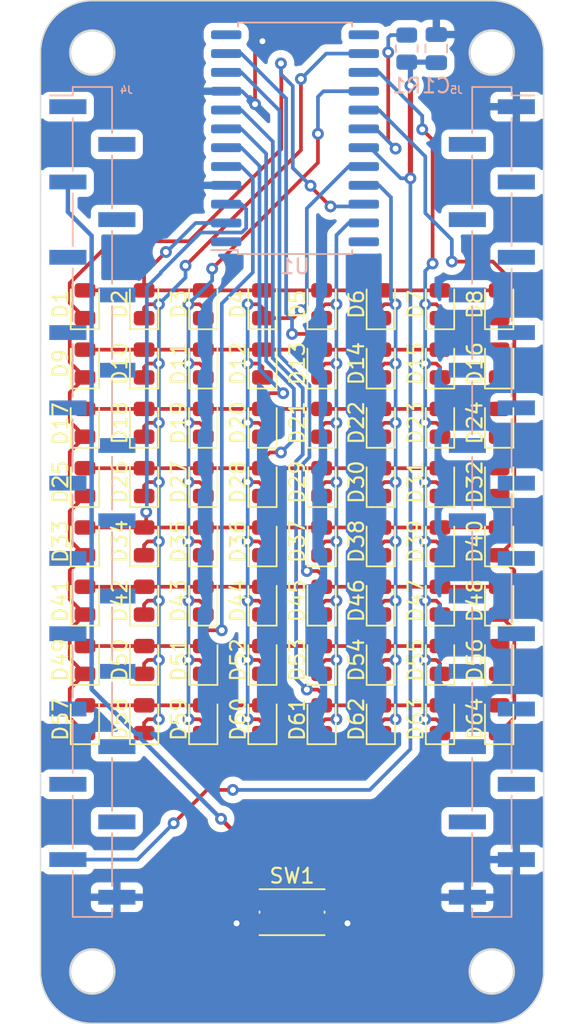
<source format=kicad_pcb>
(kicad_pcb (version 20240108) (generator "pcbnew") (generator_version "8.0")
  (layers (0 "F.Cu" signal) (31 "B.Cu" signal) (34 "B.Paste" user) (35 "F.Paste" user) (36 "B.SilkS" user "B.Silkscreen") (37 "F.SilkS" user "F.Silkscreen") (38 "B.Mask" user) (39 "F.Mask" user) (44 "Edge.Cuts" user))
  (net 0 "")
  (net 1 "GND")
  (net 2 "SEG_DP")
  (net 3 "SEG_A")
  (net 4 "SEG_B")
  (net 5 "SEG_C")
  (net 6 "SEG_D")
  (net 7 "SEG_E")
  (net 8 "SEG_F")
  (net 9 "SEG_G")
  (net 10 "VIN")
  (net 11 "CLK")
  (net 12 "CS")
  (net 13 "DIN")
  (net 15 "Net-(U1-ISET)")
  (net 16 "DIG_1")
  (net 17 "DIG_5")
  (net 18 "DIG_7")
  (net 19 "DIG_3")
  (net 20 "DIG_2")
  (net 21 "DIG_6")
  (net 22 "DIG_4")
  (net 23 "DIG_0")
  (net 24 "CHIP_PU")
  (footprint "LED_SMD:LED_0805_2012Metric" (layer "F.Cu") (at 156 76.48 90)
    (property "Reference" "D6")
    (property "Value" "LED")
  )
  (footprint "LED_SMD:LED_0805_2012Metric" (layer "F.Cu") (at 144 84.48 90)
    (property "Reference" "D19")
    (property "Value" "LED")
  )
  (footprint "LED_SMD:LED_0805_2012Metric" (layer "F.Cu") (at 160 96.48 90)
    (property "Reference" "D47")
    (property "Value" "LED")
  )
  (footprint "LED_SMD:LED_0805_2012Metric" (layer "F.Cu") (at 156 92.48 90)
    (property "Reference" "D38")
    (property "Value" "LED")
  )
  (footprint "LED_SMD:LED_0805_2012Metric" (layer "F.Cu") (at 144 104.48 90)
    (property "Reference" "D59")
    (property "Value" "LED")
  )
  (footprint "LED_SMD:LED_0805_2012Metric" (layer "F.Cu") (at 144 88.48 90)
    (property "Reference" "D27")
    (property "Value" "LED")
  )
  (footprint "LED_SMD:LED_0805_2012Metric" (layer "F.Cu") (at 136 92.48 90)
    (property "Reference" "D33")
    (property "Value" "LED")
  )
  (footprint "LED_SMD:LED_0805_2012Metric" (layer "F.Cu") (at 136 84.48 90)
    (property "Reference" "D17")
    (property "Value" "LED")
  )
  (footprint "LED_SMD:LED_0805_2012Metric" (layer "F.Cu") (at 156 88.48 90)
    (property "Reference" "D30")
    (property "Value" "LED")
  )
  (footprint "LED_SMD:LED_0805_2012Metric" (layer "F.Cu") (at 164 92.48 90)
    (property "Reference" "D40")
    (property "Value" "LED")
  )
  (footprint "LED_SMD:LED_0805_2012Metric" (layer "F.Cu") (at 144 76.48 90)
    (property "Reference" "D3")
    (property "Value" "LED")
  )
  (footprint "LED_SMD:LED_0805_2012Metric" (layer "F.Cu") (at 156 96.48 90)
    (property "Reference" "D46")
    (property "Value" "LED")
  )
  (footprint "LED_SMD:LED_0805_2012Metric" (layer "F.Cu") (at 160 92.48 90)
    (property "Reference" "D39")
    (property "Value" "LED")
  )
  (footprint "LED_SMD:LED_0805_2012Metric" (layer "F.Cu") (at 164 84.48 90)
    (property "Reference" "D24")
    (property "Value" "LED")
  )
  (footprint "LED_SMD:LED_0805_2012Metric" (layer "F.Cu") (at 144 100.48 90)
    (property "Reference" "D51")
    (property "Value" "LED")
  )
  (footprint "LED_SMD:LED_0805_2012Metric" (layer "F.Cu") (at 148 104.48 90)
    (property "Reference" "D60")
    (property "Value" "LED")
  )
  (footprint "LED_SMD:LED_0805_2012Metric" (layer "F.Cu") (at 140 92.48 90)
    (property "Reference" "D34")
    (property "Value" "LED")
  )
  (footprint "LED_SMD:LED_0805_2012Metric" (layer "F.Cu") (at 144 96.48 90)
    (property "Reference" "D43")
    (property "Value" "LED")
  )
  (footprint "LED_SMD:LED_0805_2012Metric" (layer "F.Cu") (at 164 100.48 90)
    (property "Reference" "D56")
    (property "Value" "LED")
  )
  (footprint "LED_SMD:LED_0805_2012Metric" (layer "F.Cu") (at 144 92.48 90)
    (property "Reference" "D35")
    (property "Value" "LED")
  )
  (footprint "LED_SMD:LED_0805_2012Metric" (layer "F.Cu") (at 152 100.48 90)
    (property "Reference" "D53")
    (property "Value" "LED")
  )
  (footprint "LED_SMD:LED_0805_2012Metric" (layer "F.Cu") (at 152 76.48 90)
    (property "Reference" "D5")
    (property "Value" "LED")
  )
  (footprint "LED_SMD:LED_0805_2012Metric" (layer "F.Cu") (at 140 84.48 90)
    (property "Reference" "D18")
    (property "Value" "LED")
  )
  (footprint "LED_SMD:LED_0805_2012Metric" (layer "F.Cu") (at 136 80.48 90)
    (property "Reference" "D9")
    (property "Value" "LED")
  )
  (footprint "LED_SMD:LED_0805_2012Metric" (layer "F.Cu") (at 152 104.48 90)
    (property "Reference" "D61")
    (property "Value" "LED")
  )
  (footprint "LED_SMD:LED_0805_2012Metric" (layer "F.Cu") (at 156 104.48 90)
    (property "Reference" "D62")
    (property "Value" "LED")
  )
  (footprint "LED_SMD:LED_0805_2012Metric" (layer "F.Cu") (at 160 84.48 90)
    (property "Reference" "D23")
    (property "Value" "LED")
  )
  (footprint "LED_SMD:LED_0805_2012Metric" (layer "F.Cu") (at 148 96.48 90)
    (property "Reference" "D44")
    (property "Value" "LED")
  )
  (footprint "LED_SMD:LED_0805_2012Metric" (layer "F.Cu") (at 160 88.48 90)
    (property "Reference" "D31")
    (property "Value" "LED")
  )
  (footprint "LED_SMD:LED_0805_2012Metric" (layer "F.Cu") (at 152 80.48 90)
    (property "Reference" "D13")
    (property "Value" "LED")
  )
  (footprint "LED_SMD:LED_0805_2012Metric" (layer "F.Cu") (at 144 80.48 90)
    (property "Reference" "D11")
    (property "Value" "LED")
  )
  (footprint "LED_SMD:LED_0805_2012Metric" (layer "F.Cu") (at 160 76.48 90)
    (property "Reference" "D7")
    (property "Value" "LED")
  )
  (footprint "Button_Switch_SMD:SW_Push_1P1T_NO_CK_KMR2" (layer "F.Cu") (at 150 117.5)
    (property "Reference" "SW1")
    (property "Value" "switch")
  )
  (footprint "LED_SMD:LED_0805_2012Metric" (layer "F.Cu") (at 156 100.48 90)
    (property "Reference" "D54")
    (property "Value" "LED")
  )
  (footprint "LED_SMD:LED_0805_2012Metric" (layer "F.Cu") (at 164 76.48 90)
    (property "Reference" "D8")
    (property "Value" "LED")
  )
  (footprint "LED_SMD:LED_0805_2012Metric" (layer "F.Cu") (at 156 80.48 90)
    (property "Reference" "D14")
    (property "Value" "LED")
  )
  (footprint "LED_SMD:LED_0805_2012Metric" (layer "F.Cu") (at 164 104.48 90)
    (property "Reference" "D64")
    (property "Value" "LED")
  )
  (footprint "LED_SMD:LED_0805_2012Metric" (layer "F.Cu") (at 160 104.48 90)
    (property "Reference" "D63")
    (property "Value" "LED")
  )
  (footprint "LED_SMD:LED_0805_2012Metric" (layer "F.Cu") (at 140 96.48 90)
    (property "Reference" "D42")
    (property "Value" "LED")
  )
  (footprint "LED_SMD:LED_0805_2012Metric" (layer "F.Cu") (at 140 88.48 90)
    (property "Reference" "D26")
    (property "Value" "LED")
  )
  (footprint "LED_SMD:LED_0805_2012Metric" (layer "F.Cu") (at 140 80.48 90)
    (property "Reference" "D10")
    (property "Value" "LED")
  )
  (footprint "LED_SMD:LED_0805_2012Metric" (layer "F.Cu") (at 148 84.48 90)
    (property "Reference" "D20")
    (property "Value" "LED")
  )
  (footprint "LED_SMD:LED_0805_2012Metric" (layer "F.Cu") (at 140 104.48 90)
    (property "Reference" "D58")
    (property "Value" "LED")
  )
  (footprint "LED_SMD:LED_0805_2012Metric" (layer "F.Cu") (at 164 96.48 90)
    (property "Reference" "D48")
    (property "Value" "LED")
  )
  (footprint "LED_SMD:LED_0805_2012Metric" (layer "F.Cu") (at 160 80.48 90)
    (property "Reference" "D15")
    (property "Value" "LED")
  )
  (footprint "LED_SMD:LED_0805_2012Metric" (layer "F.Cu") (at 152 84.48 90)
    (property "Reference" "D21")
    (property "Value" "LED")
  )
  (footprint "LED_SMD:LED_0805_2012Metric" (layer "F.Cu") (at 136 76.48 90)
    (property "Reference" "D1")
    (property "Value" "LED")
  )
  (footprint "LED_SMD:LED_0805_2012Metric" (layer "F.Cu") (at 140 100.48 90)
    (property "Reference" "D50")
    (property "Value" "LED")
  )
  (footprint "LED_SMD:LED_0805_2012Metric" (layer "F.Cu") (at 148 92.48 90)
    (property "Reference" "D36")
    (property "Value" "LED")
  )
  (footprint "LED_SMD:LED_0805_2012Metric" (layer "F.Cu") (at 152 88.48 90)
    (property "Reference" "D29")
    (property "Value" "LED")
  )
  (footprint "LED_SMD:LED_0805_2012Metric" (layer "F.Cu") (at 136 88.48 90)
    (property "Reference" "D25")
    (property "Value" "LED")
  )
  (footprint "LED_SMD:LED_0805_2012Metric" (layer "F.Cu") (at 136 100.48 90)
    (property "Reference" "D49")
    (property "Value" "LED")
  )
  (footprint "LED_SMD:LED_0805_2012Metric" (layer "F.Cu") (at 140 76.48 90)
    (property "Reference" "D2")
    (property "Value" "LED")
  )
  (footprint "LED_SMD:LED_0805_2012Metric" (layer "F.Cu") (at 148 76.48 90)
    (property "Reference" "D4")
    (property "Value" "LED")
  )
  (footprint "LED_SMD:LED_0805_2012Metric" (layer "F.Cu") (at 164 80.48 90)
    (property "Reference" "D16")
    (property "Value" "LED")
  )
  (footprint "LED_SMD:LED_0805_2012Metric" (layer "F.Cu") (at 148 88.48 90)
    (property "Reference" "D28")
    (property "Value" "LED")
  )
  (footprint "LED_SMD:LED_0805_2012Metric" (layer "F.Cu") (at 156 84.48 90)
    (property "Reference" "D22")
    (property "Value" "LED")
  )
  (footprint "LED_SMD:LED_0805_2012Metric" (layer "F.Cu") (at 136 104.48 90)
    (property "Reference" "D57")
    (property "Value" "LED")
  )
  (footprint "LED_SMD:LED_0805_2012Metric" (layer "F.Cu") (at 160 100.48 90)
    (property "Reference" "D55")
    (property "Value" "LED")
  )
  (footprint "LED_SMD:LED_0805_2012Metric" (layer "F.Cu") (at 152 96.48 90)
    (property "Reference" "D45")
    (property "Value" "LED")
  )
  (footprint "LED_SMD:LED_0805_2012Metric" (layer "F.Cu") (at 152 92.48 90)
    (property "Reference" "D37")
    (property "Value" "LED")
  )
  (footprint "LED_SMD:LED_0805_2012Metric" (layer "F.Cu") (at 136 96.48 90)
    (property "Reference" "D41")
    (property "Value" "LED")
  )
  (footprint "LED_SMD:LED_0805_2012Metric" (layer "F.Cu") (at 164 88.48 90)
    (property "Reference" "D32")
    (property "Value" "LED")
  )
  (footprint "LED_SMD:LED_0805_2012Metric" (layer "F.Cu") (at 148 80.48 90)
    (property "Reference" "D12")
    (property "Value" "LED")
  )
  (footprint "LED_SMD:LED_0805_2012Metric" (layer "F.Cu") (at 148 100.48 90)
    (property "Reference" "D52")
    (property "Value" "LED")
  )
  (footprint "Resistor_SMD:R_0805_2012Metric" (layer "B.Cu") (at 157.749999 59.23 90)
    (property "Reference" "R1")
    (property "Value" "10k")
  )
  (footprint "Package_SO:SOIC-24W_7.5x15.4mm_P1.27mm" (layer "B.Cu") (at 150.199999 65.28)
    (property "Reference" "U1")
    (property "Value" "MAX7221xWG")
  )
  (footprint "Capacitor_SMD:C_0805_2012Metric" (layer "B.Cu") (at 159.749999 59.23 90)
    (property "Reference" "C1")
    (property "Value" "100nF")
  )
  (footprint "Connector_PinHeader_2.54mm:PinHeader_1x22_P2.54mm_Vertical_SMD_Pin1Left" (layer "B.Cu") (at 163.505 89.82 180)
    (property "Reference" "J5")
    (property "Value" "Conn_01x22_Pin")
  )
  (footprint "Connector_PinHeader_2.54mm:PinHeader_1x22_P2.54mm_Vertical_SMD_Pin1Right" (layer "B.Cu") (at 136.505 89.82 180)
    (property "Reference" "J4")
    (property "Value" "Conn_01x22_Pin")
  )
  (gr_circle (center 163.5 121.500001) (end 162 121.500001) (stroke (width 0.15)) (fill none) (layer "Edge.Cuts"))
  (gr_line (start 133 59.500001) (end 133.000001 121.5) (stroke (width 0.1)) (layer "Edge.Cuts"))
  (gr_arc (start 133 59.500001) (mid 134.025126 57.025127) (end 136.5 56.000001) (stroke (width 0.1)) (layer "Edge.Cuts"))
  (gr_line (start 136.500001 125) (end 163.499999 125) (stroke (width 0.1)) (layer "Edge.Cuts"))
  (gr_arc (start 166.999999 121.5) (mid 165.974873 123.974874) (end 163.499999 125) (stroke (width 0.1)) (layer "Edge.Cuts"))
  (gr_arc (start 136.500001 125) (mid 134.025126 123.974874) (end 133.000001 121.5) (stroke (width 0.1)) (layer "Edge.Cuts"))
  (gr_arc (start 163.5 56.000001) (mid 165.974873 57.025128) (end 167 59.500001) (stroke (width 0.1)) (layer "Edge.Cuts"))
  (gr_line (start 163.5 56.000001) (end 136.5 56.000001) (stroke (width 0.1)) (layer "Edge.Cuts"))
  (gr_circle (center 136.5 121.500001) (end 135 121.500001) (stroke (width 0.15)) (fill none) (layer "Edge.Cuts"))
  (gr_circle (center 163.5 59.500001) (end 162 59.500001) (stroke (width 0.15)) (fill none) (layer "Edge.Cuts"))
  (gr_circle (center 136.5 59.500001) (end 135 59.500001) (stroke (width 0.15)) (fill none) (layer "Edge.Cuts"))
  (gr_line (start 166.999999 121.5) (end 167 59.500001) (stroke (width 0.1)) (layer "Edge.Cuts"))
  (segment (start 152.05 118.3) (end 153.7 118.3) (width 0.25) (layer "F.Cu") (net 1))
  (segment (start 146.3 118.3) (end 146.25 118.25) (width 0.25) (layer "F.Cu") (net 1))
  (segment (start 147.499999 59.23) (end 147.999999 58.73) (width 0.25) (layer "F.Cu") (net 1))
  (segment (start 153.7 118.3) (end 153.75 118.25) (width 0.25) (layer "F.Cu") (net 1))
  (segment (start 147.499999 62.98) (end 147.499999 59.23) (width 0.25) (layer "F.Cu") (net 1))
  (segment (start 147.95 118.3) (end 152.05 118.3) (width 0.25) (layer "F.Cu") (net 1))
  (segment (start 147.95 118.3) (end 146.3 118.3) (width 0.25) (layer "F.Cu") (net 1))
  (via (at 153.75 118.25) (size 0.8) (drill 0.4) (layers "F.Cu" "B.Cu") (net 1))
  (via (at 146.25 118.25) (size 0.8) (drill 0.4) (layers "F.Cu" "B.Cu") (net 1))
  (via (at 147.499999 62.98) (size 0.8) (drill 0.4) (layers "F.Cu" "B.Cu") (net 1))
  (via (at 147.999999 58.73) (size 0.8) (drill 0.4) (layers "F.Cu" "B.Cu") (net 1))
  (segment (start 145.549999 62.105) (end 146.574998 62.105) (width 0.25) (layer "B.Cu") (net 1))
  (segment (start 145.549999 62.105) (end 146.624999 62.105) (width 0.25) (layer "B.Cu") (net 1))
  (segment (start 146.624999 62.105) (end 147.499999 62.98) (width 0.25) (layer "B.Cu") (net 1))
  (segment (start 165.249999 113.848376) (end 165.155 113.943375) (width 0.25) (layer "B.Cu") (net 1))
  (segment (start 145.980907 68.455) (end 145.549999 68.455) (width 0.25) (layer "B.Cu") (net 1))
  (segment (start 134.975 76.3925) (end 134.975 75.056412) (width 0.25) (layer "F.Cu") (net 2))
  (segment (start 137.801717 72.229695) (end 143.050304 72.229695) (width 0.25) (layer "F.Cu") (net 2))
  (segment (start 134.975 100.3925) (end 136 101.4175) (width 0.25) (layer "F.Cu") (net 2))
  (segment (start 134.975 98.4425) (end 134.975 100.3925) (width 0.25) (layer "F.Cu") (net 2))
  (segment (start 151.249999 68.53) (end 152.599999 69.88) (width 0.25) (layer "F.Cu") (net 2))
  (segment (start 134.975 82.4425) (end 134.975 84.3925) (width 0.25) (layer "F.Cu") (net 2))
  (segment (start 134.975 84.3925) (end 136 85.4175) (width 0.25) (layer "F.Cu") (net 2))
  (segment (start 134.975 80.3925) (end 136 81.4175) (width 0.25) (layer "F.Cu") (net 2))
  (segment (start 134.975 92.3925) (end 136 93.4175) (width 0.25) (layer "F.Cu") (net 2))
  (segment (start 136 93.4175) (end 134.975 94.4425) (width 0.25) (layer "F.Cu") (net 2))
  (segment (start 134.975 104.3925) (end 136 105.4175) (width 0.25) (layer "F.Cu") (net 2))
  (segment (start 136 81.4175) (end 134.975 82.4425) (width 0.25) (layer "F.Cu") (net 2))
  (segment (start 134.975 96.3925) (end 136 97.4175) (width 0.25) (layer "F.Cu") (net 2))
  (segment (start 136 101.4175) (end 134.975 102.4425) (width 0.25) (layer "F.Cu") (net 2))
  (segment (start 134.975 94.4425) (end 134.975 96.3925) (width 0.25) (layer "F.Cu") (net 2))
  (segment (start 143.050304 72.229695) (end 149.274999 66.005) (width 0.25) (layer "F.Cu") (net 2))
  (segment (start 134.975 75.056412) (end 137.801717 72.229695) (width 0.25) (layer "F.Cu") (net 2))
  (segment (start 134.975 102.4425) (end 134.975 104.3925) (width 0.25) (layer "F.Cu") (net 2))
  (segment (start 149.249999 60.23) (end 149.274999 60.255) (width 0.25) (layer "F.Cu") (net 2))
  (segment (start 136 85.4175) (end 134.975 86.4425) (width 0.25) (layer "F.Cu") (net 2))
  (segment (start 136 77.4175) (end 134.975 76.3925) (width 0.25) (layer "F.Cu") (net 2))
  (segment (start 136 97.4175) (end 134.975 98.4425) (width 0.25) (layer "F.Cu") (net 2))
  (segment (start 136 77.4175) (end 134.975 78.4425) (width 0.25) (layer "F.Cu") (net 2))
  (segment (start 151.249999 68.48) (end 151.249999 68.53) (width 0.25) (layer "F.Cu") (net 2))
  (segment (start 136 89.4175) (end 134.975 90.4425) (width 0.25) (layer "F.Cu") (net 2))
  (segment (start 134.975 86.4425) (end 134.975 88.3925) (width 0.25) (layer "F.Cu") (net 2))
  (segment (start 149.274999 61.579695) (end 149.249999 60.23) (width 0.25) (layer "F.Cu") (net 2))
  (segment (start 134.975 78.4425) (end 134.975 80.3925) (width 0.25) (layer "F.Cu") (net 2))
  (segment (start 134.975 88.3925) (end 136 89.4175) (width 0.25) (layer "F.Cu") (net 2))
  (segment (start 149.274999 66.005) (end 149.274999 61.579695) (width 0.25) (layer "F.Cu") (net 2))
  (segment (start 134.975 90.4425) (end 134.975 92.3925) (width 0.25) (layer "F.Cu") (net 2))
  (via (at 151.249999 68.48) (size 0.8) (drill 0.4) (layers "F.Cu" "B.Cu") (net 2))
  (via (at 152.599999 69.88) (size 0.8) (drill 0.4) (layers "F.Cu" "B.Cu") (net 2))
  (via (at 149.249999 60.23) (size 0.8) (drill 0.4) (layers "F.Cu" "B.Cu") (net 2))
  (segment (start 152.599999 69.88) (end 154.694999 69.88) (width 0.25) (layer "B.Cu") (net 2))
  (segment (start 150.049999 61.755305) (end 150.049999 66.48) (width 0.25) (layer "B.Cu") (net 2))
  (segment (start 150.049999 66.48) (end 150.049999 67.28) (width 0.25) (layer "B.Cu") (net 2))
  (segment (start 150.049999 67.28) (end 151.249999 68.48) (width 0.25) (layer "B.Cu") (net 2))
  (segment (start 149.249999 60.955305) (end 150.049999 61.755305) (width 0.25) (layer "B.Cu") (net 2))
  (segment (start 154.694999 69.88) (end 154.849999 69.725) (width 0.25) (layer "B.Cu") (net 2))
  (segment (start 149.249999 60.23) (end 149.249999 60.955305) (width 0.25) (layer "B.Cu") (net 2))
  (segment (start 140 81.4175) (end 140 80.730001) (width 0.25) (layer "F.Cu") (net 3))
  (segment (start 140 100.730001) (end 139.999999 100.73) (width 0.25) (layer "F.Cu") (net 3))
  (segment (start 140.249999 92.48) (end 140.999999 92.48) (width 0.25) (layer "F.Cu") (net 3))
  (segment (start 140 89.4175) (end 140 88.730001) (width 0.25) (layer "F.Cu") (net 3))
  (segment (start 140 84.730001) (end 139.999999 84.73) (width 0.25) (layer "F.Cu") (net 3))
  (segment (start 140.249999 88.48) (end 140.999999 88.48) (width 0.25) (layer "F.Cu") (net 3))
  (segment (start 140.249999 100.48) (end 140.999999 100.48) (width 0.25) (layer "F.Cu") (net 3))
  (segment (start 139.999999 96.73) (end 140.249999 96.48) (width 0.25) (layer "F.Cu") (net 3))
  (segment (start 140 92.730001) (end 139.999999 92.73) (width 0.25) (layer "F.Cu") (net 3))
  (segment (start 139.999999 84.73) (end 140.249999 84.48) (width 0.25) (layer "F.Cu") (net 3))
  (segment (start 150.599999 66.08) (end 142.799999 73.88) (width 0.25) (layer "F.Cu") (net 3))
  (segment (start 139.999999 80.73) (end 140.249999 80.48) (width 0.25) (layer "F.Cu") (net 3))
  (segment (start 139.999999 100.73) (end 140.249999 100.48) (width 0.25) (layer "F.Cu") (net 3))
  (segment (start 140 80.730001) (end 139.999999 80.73) (width 0.25) (layer "F.Cu") (net 3))
  (segment (start 140.249999 104.48) (end 140.999999 104.48) (width 0.25) (layer "F.Cu") (net 3))
  (segment (start 139.999999 104.73) (end 140.249999 104.48) (width 0.25) (layer "F.Cu") (net 3))
  (segment (start 140.249999 84.48) (end 140.999999 84.48) (width 0.25) (layer "F.Cu") (net 3))
  (segment (start 139.999999 92.73) (end 140.249999 92.48) (width 0.25) (layer "F.Cu") (net 3))
  (segment (start 140.249999 96.48) (end 140.999999 96.48) (width 0.25) (layer "F.Cu") (net 3))
  (segment (start 140.249999 80.48) (end 140.999999 80.48) (width 0.25) (layer "F.Cu") (net 3))
  (segment (start 140 85.4175) (end 140 84.730001) (width 0.25) (layer "F.Cu") (net 3))
  (segment (start 140 77.4175) (end 140 76.730001) (width 0.25) (layer "F.Cu") (net 3))
  (segment (start 140 93.4175) (end 140 92.730001) (width 0.25) (layer "F.Cu") (net 3))
  (segment (start 140 96.730001) (end 139.999999 96.73) (width 0.25) (layer "F.Cu") (net 3))
  (segment (start 139.999999 76.73) (end 140.249999 76.48) (width 0.25) (layer "F.Cu") (net 3))
  (segment (start 140 97.4175) (end 140 96.730001) (width 0.25) (layer "F.Cu") (net 3))
  (segment (start 140 88.730001) (end 139.999999 88.73) (width 0.25) (layer "F.Cu") (net 3))
  (segment (start 140 76.730001) (end 139.999999 76.73) (width 0.25) (layer "F.Cu") (net 3))
  (segment (start 140 104.730001) (end 139.999999 104.73) (width 0.25) (layer "F.Cu") (net 3))
  (segment (start 150.599999 61.28) (end 150.599999 66.08) (width 0.25) (layer "F.Cu") (net 3))
  (segment (start 139.999999 88.73) (end 140.249999 88.48) (width 0.25) (layer "F.Cu") (net 3))
  (segment (start 140 105.4175) (end 140 104.730001) (width 0.25) (layer "F.Cu") (net 3))
  (segment (start 140 101.4175) (end 140 100.730001) (width 0.25) (layer "F.Cu") (net 3))
  (segment (start 140.249999 76.48) (end 140.999999 76.48) (width 0.25) (layer "F.Cu") (net 3))
  (via (at 140.999999 88.48) (size 0.8) (drill 0.4) (layers "F.Cu" "B.Cu") (net 3))
  (via (at 140.999999 84.48) (size 0.8) (drill 0.4) (layers "F.Cu" "B.Cu") (net 3))
  (via (at 140.999999 104.48) (size 0.8) (drill 0.4) (layers "F.Cu" "B.Cu") (net 3))
  (via (at 140.999999 96.48) (size 0.8) (drill 0.4) (layers "F.Cu" "B.Cu") (net 3))
  (via (at 142.799999 73.88) (size 0.8) (drill 0.4) (layers "F.Cu" "B.Cu") (net 3))
  (via (at 140.999999 76.48) (size 0.8) (drill 0.4) (layers "F.Cu" "B.Cu") (net 3))
  (via (at 140.999999 100.48) (size 0.8) (drill 0.4) (layers "F.Cu" "B.Cu") (net 3))
  (via (at 150.599999 61.28) (size 0.8) (drill 0.4) (layers "F.Cu" "B.Cu") (net 3))
  (via (at 140.999999 80.48) (size 0.8) (drill 0.4) (layers "F.Cu" "B.Cu") (net 3))
  (via (at 140.999999 92.48) (size 0.8) (drill 0.4) (layers "F.Cu" "B.Cu") (net 3))
  (segment (start 142.799999 74.68) (end 142.799999 73.88) (width 0.25) (layer "B.Cu") (net 3))
  (segment (start 152.314999 59.565) (end 154.849999 59.565) (width 0.25) (layer "B.Cu") (net 3))
  (segment (start 140.999999 76.48) (end 142.799999 74.68) (width 0.25) (layer "B.Cu") (net 3))
  (segment (start 150.599999 61.28) (end 152.314999 59.565) (width 0.25) (layer "B.Cu") (net 3))
  (segment (start 140.999999 104.48) (end 140.999999 76.48) (width 0.25) (layer "B.Cu") (net 3))
  (segment (start 143.749999 84.48) (end 142.999999 84.48) (width 0.25) (layer "F.Cu") (net 4))
  (segment (start 143.749999 88.48) (end 142.999999 88.48) (width 0.25) (layer "F.Cu") (net 4))
  (segment (start 143.999999 92.73) (end 143.749999 92.48) (width 0.25) (layer "F.Cu") (net 4))
  (segment (start 143.999999 104.73) (end 143.749999 104.48) (width 0.25) (layer "F.Cu") (net 4))
  (segment (start 144 85.4175) (end 144 84.730001) (width 0.25) (layer "F.Cu") (net 4))
  (segment (start 144 97.4175) (end 144 96.730001) (width 0.25) (layer "F.Cu") (net 4))
  (segment (start 144 101.4175) (end 144 100.730001) (width 0.25) (layer "F.Cu") (net 4))
  (segment (start 144 93.4175) (end 144 92.730001) (width 0.25) (layer "F.Cu") (net 4))
  (segment (start 144 80.730001) (end 143.999999 80.73) (width 0.25) (layer "F.Cu") (net 4))
  (segment (start 143.999999 76.73) (end 143.749999 76.48) (width 0.25) (layer "F.Cu") (net 4))
  (segment (start 143.999999 84.73) (end 143.749999 84.48) (width 0.25) (layer "F.Cu") (net 4))
  (segment (start 143.999999 88.73) (end 143.749999 88.48) (width 0.25) (layer "F.Cu") (net 4))
  (segment (start 144 104.730001) (end 143.999999 104.73) (width 0.25) (layer "F.Cu") (net 4))
  (segment (start 143.749999 100.48) (end 142.999999 100.48) (width 0.25) (layer "F.Cu") (net 4))
  (segment (start 143.999999 100.73) (end 143.749999 100.48) (width 0.25) (layer "F.Cu") (net 4))
  (segment (start 144 100.730001) (end 143.999999 100.73) (width 0.25) (layer "F.Cu") (net 4))
  (segment (start 144 77.4175) (end 144 76.730001) (width 0.25) (layer "F.Cu") (net 4))
  (segment (start 143.749999 96.48) (end 142.999999 96.48) (width 0.25) (layer "F.Cu") (net 4))
  (segment (start 143.749999 104.48) (end 142.999999 104.48) (width 0.25) (layer "F.Cu") (net 4))
  (segment (start 143.999999 80.73) (end 143.749999 80.48) (width 0.25) (layer "F.Cu") (net 4))
  (segment (start 144 89.4175) (end 144 88.730001) (width 0.25) (layer "F.Cu") (net 4))
  (segment (start 143.749999 92.48) (end 142.999999 92.48) (width 0.25) (layer "F.Cu") (net 4))
  (segment (start 144.599999 74.08) (end 151.749999 66.93) (width 0.25) (layer "F.Cu") (net 4))
  (segment (start 144 76.730001) (end 143.999999 76.73) (width 0.25) (layer "F.Cu") (net 4))
  (segment (start 151.749999 66.93) (end 151.749999 64.98) (width 0.25) (layer "F.Cu") (net 4))
  (segment (start 143.999999 96.73) (end 143.749999 96.48) (width 0.25) (layer "F.Cu") (net 4))
  (segment (start 144 88.730001) (end 143.999999 88.73) (width 0.25) (layer "F.Cu") (net 4))
  (segment (start 143.749999 80.48) (end 142.999999 80.48) (width 0.25) (layer "F.Cu") (net 4))
  (segment (start 144 92.730001) (end 143.999999 92.73) (width 0.25) (layer "F.Cu") (net 4))
  (segment (start 144 105.4175) (end 144 104.730001) (width 0.25) (layer "F.Cu") (net 4))
  (segment (start 144 96.730001) (end 143.999999 96.73) (width 0.25) (layer "F.Cu") (net 4))
  (segment (start 143.749999 76.48) (end 142.999999 76.48) (width 0.25) (layer "F.Cu") (net 4))
  (segment (start 144 84.730001) (end 143.999999 84.73) (width 0.25) (layer "F.Cu") (net 4))
  (segment (start 144 81.4175) (end 144 80.730001) (width 0.25) (layer "F.Cu") (net 4))
  (via (at 151.749999 64.98) (size 0.8) (drill 0.4) (layers "F.Cu" "B.Cu") (net 4))
  (via (at 142.999999 104.48) (size 0.8) (drill 0.4) (layers "F.Cu" "B.Cu") (net 4))
  (via (at 144.599999 74.08) (size 0.8) (drill 0.4) (layers "F.Cu" "B.Cu") (net 4))
  (via (at 142.999999 96.48) (size 0.8) (drill 0.4) (layers "F.Cu" "B.Cu") (net 4))
  (via (at 142.999999 76.48) (size 0.8) (drill 0.4) (layers "F.Cu" "B.Cu") (net 4))
  (via (at 142.999999 84.48) (size 0.8) (drill 0.4) (layers "F.Cu" "B.Cu") (net 4))
  (via (at 142.999999 88.48) (size 0.8) (drill 0.4) (layers "F.Cu" "B.Cu") (net 4))
  (via (at 142.999999 100.48) (size 0.8) (drill 0.4) (layers "F.Cu" "B.Cu") (net 4))
  (via (at 142.999999 80.48) (size 0.8) (drill 0.4) (layers "F.Cu" "B.Cu") (net 4))
  (via (at 142.999999 92.48) (size 0.8) (drill 0.4) (layers "F.Cu" "B.Cu") (net 4))
  (segment (start 151.749999 62.48) (end 151.749999 64.98) (width 0.25) (layer "B.Cu") (net 4))
  (segment (start 142.999999 76.48) (end 144.599999 74.88) (width 0.25) (layer "B.Cu") (net 4))
  (segment (start 154.849999 62.105) (end 152.124999 62.105) (width 0.25) (layer "B.Cu") (net 4))
  (segment (start 144.599999 74.88) (end 144.599999 74.08) (width 0.25) (layer "B.Cu") (net 4))
  (segment (start 152.124999 62.105) (end 151.749999 62.48) (width 0.25) (layer "B.Cu") (net 4))
  (segment (start 142.999999 104.48) (end 142.999999 76.48) (width 0.25) (layer "B.Cu") (net 4))
  (segment (start 147.999999 84.73) (end 147.749999 84.48) (width 0.25) (layer "F.Cu") (net 5))
  (segment (start 147.749999 80.48) (end 146.999999 80.48) (width 0.25) (layer "F.Cu") (net 5))
  (segment (start 148 101.4175) (end 148 100.730001) (width 0.25) (layer "F.Cu") (net 5))
  (segment (start 147.999999 100.73) (end 147.749999 100.48) (width 0.25) (layer "F.Cu") (net 5))
  (segment (start 150.062499 77.4175) (end 150.599999 76.88) (width 0.25) (layer "F.Cu") (net 5))
  (segment (start 148 93.4175) (end 148 92.730001) (width 0.25) (layer "F.Cu") (net 5))
  (segment (start 148 96.730001) (end 147.999999 96.73) (width 0.25) (layer "F.Cu") (net 5))
  (segment (start 147.999999 88.73) (end 147.749999 88.48) (width 0.25) (layer "F.Cu") (net 5))
  (segment (start 147.749999 104.48) (end 146.999999 104.48) (width 0.25) (layer "F.Cu") (net 5))
  (segment (start 147.749999 84.48) (end 146.999999 84.48) (width 0.25) (layer "F.Cu") (net 5))
  (segment (start 148 77.4175) (end 148 76.730001) (width 0.25) (layer "F.Cu") (net 5))
  (segment (start 147.999999 76.73) (end 147.749999 76.48) (width 0.25) (layer "F.Cu") (net 5))
  (segment (start 150.599999 76.88) (end 150.399999 76.88) (width 0.25) (layer "F.Cu") (net 5))
  (segment (start 147.999999 104.73) (end 147.749999 104.48) (width 0.25) (layer "F.Cu") (net 5))
  (segment (start 148 77.4175) (end 150.062499 77.4175) (width 0.25) (layer "F.Cu") (net 5))
  (segment (start 148 97.4175) (end 148 96.730001) (width 0.25) (layer "F.Cu") (net 5))
  (segment (start 148 104.730001) (end 147.999999 104.73) (width 0.25) (layer "F.Cu") (net 5))
  (segment (start 147.999999 80.73) (end 147.749999 80.48) (width 0.25) (layer "F.Cu") (net 5))
  (segment (start 147.749999 96.48) (end 146.999999 96.48) (width 0.25) (layer "F.Cu") (net 5))
  (segment (start 148 100.730001) (end 147.999999 100.73) (width 0.25) (layer "F.Cu") (net 5))
  (segment (start 147.749999 88.48) (end 146.999999 88.48) (width 0.25) (layer "F.Cu") (net 5))
  (segment (start 148 76.730001) (end 147.999999 76.73) (width 0.25) (layer "F.Cu") (net 5))
  (segment (start 147.749999 76.48) (end 146.999999 76.48) (width 0.25) (layer "F.Cu") (net 5))
  (segment (start 148 85.4175) (end 148 84.730001) (width 0.25) (layer "F.Cu") (net 5))
  (segment (start 147.999999 92.73) (end 147.749999 92.48) (width 0.25) (layer "F.Cu") (net 5))
  (segment (start 148 105.4175) (end 148 104.730001) (width 0.25) (layer "F.Cu") (net 5))
  (segment (start 148 92.730001) (end 147.999999 92.73) (width 0.25) (layer "F.Cu") (net 5))
  (segment (start 148 88.730001) (end 147.999999 88.73) (width 0.25) (layer "F.Cu") (net 5))
  (segment (start 148 81.4175) (end 148 80.730001) (width 0.25) (layer "F.Cu") (net 5))
  (segment (start 148 80.730001) (end 147.999999 80.73) (width 0.25) (layer "F.Cu") (net 5))
  (segment (start 147.749999 100.48) (end 146.999999 100.48) (width 0.25) (layer "F.Cu") (net 5))
  (segment (start 148 84.730001) (end 147.999999 84.73) (width 0.25) (layer "F.Cu") (net 5))
  (segment (start 147.749999 92.48) (end 146.999999 92.48) (width 0.25) (layer "F.Cu") (net 5))
  (segment (start 147.999999 96.73) (end 147.749999 96.48) (width 0.25) (layer "F.Cu") (net 5))
  (segment (start 148 89.4175) (end 148 88.730001) (width 0.25) (layer "F.Cu") (net 5))
  (via (at 150.599999 76.88) (size 0.8) (drill 0.4) (layers "F.Cu" "B.Cu") (net 5))
  (via (at 146.999999 92.48) (size 0.8) (drill 0.4) (layers "F.Cu" "B.Cu") (net 5))
  (via (at 146.999999 80.48) (size 0.8) (drill 0.4) (layers "F.Cu" "B.Cu") (net 5))
  (via (at 146.999999 88.48) (size 0.8) (drill 0.4) (layers "F.Cu" "B.Cu") (net 5))
  (via (at 146.999999 84.48) (size 0.8) (drill 0.4) (layers "F.Cu" "B.Cu") (net 5))
  (via (at 146.999999 96.48) (size 0.8) (drill 0.4) (layers "F.Cu" "B.Cu") (net 5))
  (via (at 146.999999 76.48) (size 0.8) (drill 0.4) (layers "F.Cu" "B.Cu") (net 5))
  (via (at 146.999999 104.48) (size 0.8) (drill 0.4) (layers "F.Cu" "B.Cu") (net 5))
  (via (at 146.999999 100.48) (size 0.8) (drill 0.4) (layers "F.Cu" "B.Cu") (net 5))
  (segment (start 146.999999 104.48) (end 146.999999 76.48) (width 0.25) (layer "B.Cu") (net 5))
  (segment (start 150.999999 76.48) (end 150.999999 70.010001) (width 0.25) (layer "B.Cu") (net 5))
  (segment (start 153.825 67.185) (end 154.849999 67.185) (width 0.25) (layer "B.Cu") (net 5))
  (segment (start 150.999999 70.010001) (end 153.825 67.185) (width 0.25) (layer "B.Cu") (net 5))
  (segment (start 150.599999 76.88) (end 150.999999 76.48) (width 0.25) (layer "B.Cu") (net 5))
  (segment (start 152.249999 88.48) (end 152.999999 88.48) (width 0.25) (layer "F.Cu") (net 6))
  (segment (start 152 77.4175) (end 152 76.730001) (width 0.25) (layer "F.Cu") (net 6))
  (segment (start 152.249999 84.48) (end 152.999999 84.48) (width 0.25) (layer "F.Cu") (net 6))
  (segment (start 151.999999 92.73) (end 152.249999 92.48) (width 0.25) (layer "F.Cu") (net 6))
  (segment (start 151.999999 80.73) (end 152.249999 80.48) (width 0.25) (layer "F.Cu") (net 6))
  (segment (start 151.999999 84.73) (end 152.249999 84.48) (width 0.25) (layer "F.Cu") (net 6))
  (segment (start 152.249999 92.48) (end 152.999999 92.48) (width 0.25) (layer "F.Cu") (net 6))
  (segment (start 151.999999 76.73) (end 152.249999 76.48) (width 0.25) (layer "F.Cu") (net 6))
  (segment (start 152.249999 96.48) (end 152.999999 96.48) (width 0.25) (layer "F.Cu") (net 6))
  (segment (start 152 101.4175) (end 152 100.730001) (width 0.25) (layer "F.Cu") (net 6))
  (segment (start 152 97.4175) (end 152 96.730001) (width 0.25) (layer "F.Cu") (net 6))
  (segment (start 152.249999 76.48) (end 152.999999 76.48) (width 0.25) (layer "F.Cu") (net 6))
  (segment (start 152 84.730001) (end 151.999999 84.73) (width 0.25) (layer "F.Cu") (net 6))
  (segment (start 152 76.730001) (end 151.999999 76.73) (width 0.25) (layer "F.Cu") (net 6))
  (segment (start 152 104.730001) (end 151.999999 104.73) (width 0.25) (layer "F.Cu") (net 6))
  (segment (start 152 88.730001) (end 151.999999 88.73) (width 0.25) (layer "F.Cu") (net 6))
  (segment (start 151.999999 100.73) (end 152.249999 100.48) (width 0.25) (layer "F.Cu") (net 6))
  (segment (start 152 92.730001) (end 151.999999 92.73) (width 0.25) (layer "F.Cu") (net 6))
  (segment (start 152 81.4175) (end 152 80.730001) (width 0.25) (layer "F.Cu") (net 6))
  (segment (start 152.249999 100.48) (end 152.999999 100.48) (width 0.25) (layer "F.Cu") (net 6))
  (segment (start 152.249999 80.48) (end 152.999999 80.48) (width 0.25) (layer "F.Cu") (net 6))
  (segment (start 152 80.730001) (end 151.999999 80.73) (width 0.25) (layer "F.Cu") (net 6))
  (segment (start 152 85.4175) (end 152 84.730001) (width 0.25) (layer "F.Cu") (net 6))
  (segment (start 152.249999 104.48) (end 152.999999 104.48) (width 0.25) (layer "F.Cu") (net 6))
  (segment (start 152 89.4175) (end 152 88.730001) (width 0.25) (layer "F.Cu") (net 6))
  (segment (start 152 105.4175) (end 152 104.730001) (width 0.25) (layer "F.Cu") (net 6))
  (segment (start 151.999999 104.73) (end 152.249999 104.48) (width 0.25) (layer "F.Cu") (net 6))
  (segment (start 152 96.730001) (end 151.999999 96.73) (width 0.25) (layer "F.Cu") (net 6))
  (segment (start 151.999999 96.73) (end 152.249999 96.48) (width 0.25) (layer "F.Cu") (net 6))
  (segment (start 152 100.730001) (end 151.999999 100.73) (width 0.25) (layer "F.Cu") (net 6))
  (segment (start 152 93.4175) (end 152 92.730001) (width 0.25) (layer "F.Cu") (net 6))
  (segment (start 151.999999 88.73) (end 152.249999 88.48) (width 0.25) (layer "F.Cu") (net 6))
  (via (at 152.999999 76.48) (size 0.8) (drill 0.4) (layers "F.Cu" "B.Cu") (net 6))
  (via (at 152.999999 92.48) (size 0.8) (drill 0.4) (layers "F.Cu" "B.Cu") (net 6))
  (via (at 152.999999 100.48) (size 0.8) (drill 0.4) (layers "F.Cu" "B.Cu") (net 6))
  (via (at 152.999999 104.48) (size 0.8) (drill 0.4) (layers "F.Cu" "B.Cu") (net 6))
  (via (at 152.999999 96.48) (size 0.8) (drill 0.4) (layers "F.Cu" "B.Cu") (net 6))
  (via (at 152.999999 88.48) (size 0.8) (drill 0.4) (layers "F.Cu" "B.Cu") (net 6))
  (via (at 152.999999 80.48) (size 0.8) (drill 0.4) (layers "F.Cu" "B.Cu") (net 6))
  (via (at 152.999999 84.48) (size 0.8) (drill 0.4) (layers "F.Cu" "B.Cu") (net 6))
  (segment (start 153.825 70.995) (end 152.999999 71.820001) (width 0.25) (layer "B.Cu") (net 6))
  (segment (start 154.849999 70.995) (end 153.825 70.995) (width 0.25) (layer "B.Cu") (net 6))
  (segment (start 152.999999 71.820001) (end 152.999999 76.48) (width 0.25) (layer "B.Cu") (net 6))
  (segment (start 152.999999 104.48) (end 152.999999 76.48) (width 0.25) (layer "B.Cu") (net 6))
  (segment (start 156 84.730001) (end 155.999999 84.73) (width 0.25) (layer "F.Cu") (net 7))
  (segment (start 156 96.730001) (end 155.999999 96.73) (width 0.25) (layer "F.Cu") (net 7))
  (segment (start 156.249999 100.48) (end 156.999999 100.48) (width 0.25) (layer "F.Cu") (net 7))
  (segment (start 156.249999 84.48) (end 156.999999 84.48) (width 0.25) (layer "F.Cu") (net 7))
  (segment (start 156 97.4175) (end 156 96.730001) (width 0.25) (layer "F.Cu") (net 7))
  (segment (start 156.249999 76.48) (end 156.999999 76.48) (width 0.25) (layer "F.Cu") (net 7))
  (segment (start 156 81.4175) (end 156 80.730001) (width 0.25) (layer "F.Cu") (net 7))
  (segment (start 156.249999 80.48) (end 156.999999 80.48) (width 0.25) (layer "F.Cu") (net 7))
  (segment (start 155.999999 84.73) (end 156.249999 84.48) (width 0.25) (layer "F.Cu") (net 7))
  (segment (start 156 89.4175) (end 156 88.730001) (width 0.25) (layer "F.Cu") (net 7))
  (segment (start 156 92.729999) (end 156.249999 92.48) (width 0.25) (layer "F.Cu") (net 7))
  (segment (start 156.249999 96.48) (end 156.999999 96.48) (width 0.25) (layer "F.Cu") (net 7))
  (segment (start 155.999999 100.73) (end 156.249999 100.48) (width 0.25) (layer "F.Cu") (net 7))
  (segment (start 156.249999 88.48) (end 156.999999 88.48) (width 0.25) (layer "F.Cu") (net 7))
  (segment (start 156 88.730001) (end 155.999999 88.73) (width 0.25) (layer "F.Cu") (net 7))
  (segment (start 155.999999 76.73) (end 156.249999 76.48) (width 0.25) (layer "F.Cu") (net 7))
  (segment (start 156 100.730001) (end 155.999999 100.73) (width 0.25) (layer "F.Cu") (net 7))
  (segment (start 155.999999 104.73) (end 156.249999 104.48) (width 0.25) (layer "F.Cu") (net 7))
  (segment (start 156.249999 104.48) (end 156.999999 104.48) (width 0.25) (layer "F.Cu") (net 7))
  (segment (start 156 93.4175) (end 156 92.729999) (width 0.25) (layer "F.Cu") (net 7))
  (segment (start 155.999999 80.73) (end 156.249999 80.48) (width 0.25) (layer "F.Cu") (net 7))
  (segment (start 156 80.730001) (end 155.999999 80.73) (width 0.25) (layer "F.Cu") (net 7))
  (segment (start 156 104.730001) (end 155.999999 104.73) (width 0.25) (layer "F.Cu") (net 7))
  (segment (start 155.999999 88.73) (end 156.249999 88.48) (width 0.25) (layer "F.Cu") (net 7))
  (segment (start 156 76.730001) (end 155.999999 76.73) (width 0.25) (layer "F.Cu") (net 7))
  (segment (start 156 85.4175) (end 156 84.730001) (width 0.25) (layer "F.Cu") (net 7))
  (segment (start 155.999999 96.73) (end 156.249999 96.48) (width 0.25) (layer "F.Cu") (net 7))
  (segment (start 156 77.4175) (end 156 76.730001) (width 0.25) (layer "F.Cu") (net 7))
  (segment (start 156 105.4175) (end 156 104.730001) (width 0.25) (layer "F.Cu") (net 7))
  (segment (start 156 101.4175) (end 156 100.730001) (width 0.25) (layer "F.Cu") (net 7))
  (segment (start 156.249999 92.48) (end 156.999999 92.48) (width 0.25) (layer "F.Cu") (net 7))
  (via (at 156.999999 96.48) (size 0.8) (drill 0.4) (layers "F.Cu" "B.Cu") (net 7))
  (via (at 156.999999 80.48) (size 0.8) (drill 0.4) (layers "F.Cu" "B.Cu") (net 7))
  (via (at 156.999999 104.48) (size 0.8) (drill 0.4) (layers "F.Cu" "B.Cu") (net 7))
  (via (at 156.999999 76.48) (size 0.8) (drill 0.4) (layers "F.Cu" "B.Cu") (net 7))
  (via (at 156.999999 92.48) (size 0.8) (drill 0.4) (layers "F.Cu" "B.Cu") (net 7))
  (via (at 156.999999 84.48) (size 0.8) (drill 0.4) (layers "F.Cu" "B.Cu") (net 7))
  (via (at 156.999999 88.48) (size 0.8) (drill 0.4) (layers "F.Cu" "B.Cu") (net 7))
  (via (at 156.999999 100.48) (size 0.8) (drill 0.4) (layers "F.Cu" "B.Cu") (net 7))
  (segment (start 154.849999 68.455) (end 155.874998 68.455) (width 0.25) (layer "B.Cu") (net 7))
  (segment (start 156.999999 104.48) (end 156.999999 76.48) (width 0.25) (layer "B.Cu") (net 7))
  (segment (start 156.685907 69.265909) (end 156.685907 76.165908) (width 0.25) (layer "B.Cu") (net 7))
  (segment (start 155.874998 68.455) (end 156.685907 69.265909) (width 0.25) (layer "B.Cu") (net 7))
  (segment (start 156.685907 76.165908) (end 156.999999 76.48) (width 0.25) (layer "B.Cu") (net 7))
  (segment (start 159.999999 80.73) (end 159.749999 80.48) (width 0.25) (layer "F.Cu") (net 8))
  (segment (start 159.749999 88.48) (end 158.999999 88.48) (width 0.25) (layer "F.Cu") (net 8))
  (segment (start 160 100.730001) (end 159.999999 100.73) (width 0.25) (layer "F.Cu") (net 8))
  (segment (start 160 92.730001) (end 159.999999 92.73) (width 0.25) (layer "F.Cu") (net 8))
  (segment (start 160 88.730001) (end 159.999999 88.73) (width 0.25) (layer "F.Cu") (net 8))
  (segment (start 160 96.730001) (end 159.999999 96.73) (width 0.25) (layer "F.Cu") (net 8))
  (segment (start 160 84.730001) (end 159.999999 84.73) (width 0.25) (layer "F.Cu") (net 8))
  (segment (start 159.749999 84.48) (end 158.999999 84.48) (width 0.25) (layer "F.Cu") (net 8))
  (segment (start 160 76.730001) (end 159.999999 76.73) (width 0.25) (layer "F.Cu") (net 8))
  (segment (start 159.999999 104.73) (end 159.749999 104.48) (width 0.25) (layer "F.Cu") (net 8))
  (segment (start 160 104.730001) (end 159.999999 104.73) (width 0.25) (layer "F.Cu") (net 8))
  (segment (start 159.999999 88.73) (end 159.749999 88.48) (width 0.25) (layer "F.Cu") (net 8))
  (segment (start 159.999999 100.73) (end 159.749999 100.48) (width 0.25) (layer "F.Cu") (net 8))
  (segment (start 160 85.4175) (end 160 84.730001) (width 0.25) (layer "F.Cu") (net 8))
  (segment (start 160 89.4175) (end 160 88.730001) (width 0.25) (layer "F.Cu") (net 8))
  (segment (start 159.999999 76.73) (end 159.749999 76.48) (width 0.25) (layer "F.Cu") (net 8))
  (segment (start 159.499999 65.38) (end 158.799999 64.68) (width 0.25) (layer "F.Cu") (net 8))
  (segment (start 159.749999 80.48) (end 158.999999 80.48) (width 0.25) (layer "F.Cu") (net 8))
  (segment (start 160 77.4175) (end 160 76.730001) (width 0.25) (layer "F.Cu") (net 8))
  (segment (start 160 97.4175) (end 160 96.730001) (width 0.25) (layer "F.Cu") (net 8))
  (segment (start 159.999999 96.73) (end 159.749999 96.48) (width 0.25) (layer "F.Cu") (net 8))
  (segment (start 160 101.4175) (end 160 100.730001) (width 0.25) (layer "F.Cu") (net 8))
  (segment (start 159.499999 73.73) (end 159.499999 65.38) (width 0.25) (layer "F.Cu") (net 8))
  (segment (start 160 81.4175) (end 160 80.730001) (width 0.25) (layer "F.Cu") (net 8))
  (segment (start 160 80.730001) (end 159.999999 80.73) (width 0.25) (layer "F.Cu") (net 8))
  (segment (start 159.999999 84.73) (end 159.749999 84.48) (width 0.25) (layer "F.Cu") (net 8))
  (segment (start 160 93.4175) (end 160 92.730001) (width 0.25) (layer "F.Cu") (net 8))
  (segment (start 159.749999 92.48) (end 158.999999 92.48) (width 0.25) (layer "F.Cu") (net 8))
  (segment (start 159.749999 100.48) (end 158.999999 100.48) (width 0.25) (layer "F.Cu") (net 8))
  (segment (start 159.999999 92.73) (end 159.749999 92.48) (width 0.25) (layer "F.Cu") (net 8))
  (segment (start 159.749999 96.48) (end 158.999999 96.48) (width 0.25) (layer "F.Cu") (net 8))
  (segment (start 160 105.4175) (end 160 104.730001) (width 0.25) (layer "F.Cu") (net 8))
  (segment (start 159.749999 76.48) (end 158.999999 76.48) (width 0.25) (layer "F.Cu") (net 8))
  (segment (start 159.749999 104.48) (end 158.999999 104.48) (width 0.25) (layer "F.Cu") (net 8))
  (via (at 159.499999 73.73) (size 0.8) (drill 0.4) (layers "F.Cu" "B.Cu") (net 8))
  (via (at 158.999999 84.48) (size 0.8) (drill 0.4) (layers "F.Cu" "B.Cu") (net 8))
  (via (at 158.999999 96.48) (size 0.8) (drill 0.4) (layers "F.Cu" "B.Cu") (net 8))
  (via (at 158.999999 104.48) (size 0.8) (drill 0.4) (layers "F.Cu" "B.Cu") (net 8))
  (via (at 158.999999 80.48) (size 0.8) (drill 0.4) (layers "F.Cu" "B.Cu") (net 8))
  (via (at 158.999999 88.48) (size 0.8) (drill 0.4) (layers "F.Cu" "B.Cu") (net 8))
  (via (at 158.799999 64.68) (size 0.8) (drill 0.4) (layers "F.Cu" "B.Cu") (net 8))
  (via (at 158.999999 76.48) (size 0.8) (drill 0.4) (layers "F.Cu" "B.Cu") (net 8))
  (via (at 158.999999 100.48) (size 0.8) (drill 0.4) (layers "F.Cu" "B.Cu") (net 8))
  (via (at 158.999999 92.48) (size 0.8) (drill 0.4) (layers "F.Cu" "B.Cu") (net 8))
  (segment (start 158.999999 104.48) (end 158.999999 76.48) (width 0.25) (layer "B.Cu") (net 8))
  (segment (start 158.799999 63.760001) (end 158.799999 64.68) (width 0.25) (layer "B.Cu") (net 8))
  (segment (start 158.999999 75.08) (end 158.999999 74.23) (width 0.25) (layer "B.Cu") (net 8))
  (segment (start 158.999999 75.08) (end 158.999999 76.48) (width 0.25) (layer "B.Cu") (net 8))
  (segment (start 154.849999 60.835) (end 155.874998 60.835) (width 0.25) (layer "B.Cu") (net 8))
  (segment (start 158.999999 74.23) (end 159.499999 73.73) (width 0.25) (layer "B.Cu") (net 8))
  (segment (start 155.874998 60.835) (end 158.799999 63.760001) (width 0.25) (layer "B.Cu") (net 8))
  (segment (start 164 101.4175) (end 165.025 100.3925) (width 0.25) (layer "F.Cu") (net 9))
  (segment (start 164 93.4175) (end 165.025 92.3925) (width 0.25) (layer "F.Cu") (net 9))
  (segment (start 165.025 102.4425) (end 164 101.4175) (width 0.25) (layer "F.Cu") (net 9))
  (segment (start 165.025 104.3925) (end 165.025 102.4425) (width 0.25) (layer "F.Cu") (net 9))
  (segment (start 165.025 96.3925) (end 165.025 94.4425) (width 0.25) (layer "F.Cu") (net 9))
  (segment (start 165.025 98.4425) (end 164 97.4175) (width 0.25) (layer "F.Cu") (net 9))
  (segment (start 164 89.4175) (end 165.025 88.3925) (width 0.25) (layer "F.Cu") (net 9))
  (segment (start 165.025 80.3925) (end 165.025 78.4425) (width 0.25) (layer "F.Cu") (net 9))
  (segment (start 165.025 75.056412) (end 165.025 76.3925) (width 0.25) (layer "F.Cu") (net 9))
  (segment (start 165.025 90.4425) (end 164 89.4175) (width 0.25) (layer "F.Cu") (net 9))
  (segment (start 165.025 84.3925) (end 165.025 82.4425) (width 0.25) (layer "F.Cu") (net 9))
  (segment (start 165.025 92.3925) (end 165.025 90.4425) (width 0.25) (layer "F.Cu") (net 9))
  (segment (start 165.025 100.3925) (end 165.025 98.4425) (width 0.25) (layer "F.Cu") (net 9))
  (segment (start 164 97.4175) (end 165.025 96.3925) (width 0.25) (layer "F.Cu") (net 9))
  (segment (start 165.025 88.3925) (end 165.025 86.4425) (width 0.25) (layer "F.Cu") (net 9))
  (segment (start 163.568588 73.6) (end 165.025 75.056412) (width 0.25) (layer "F.Cu") (net 9))
  (segment (start 164 81.4175) (end 165.025 80.3925) (width 0.25) (layer "F.Cu") (net 9))
  (segment (start 164 85.4175) (end 165.025 84.3925) (width 0.25) (layer "F.Cu") (net 9))
  (segment (start 165.025 82.4425) (end 164 81.4175) (width 0.25) (layer "F.Cu") (net 9))
  (segment (start 165.025 94.4425) (end 164 93.4175) (width 0.25) (layer "F.Cu") (net 9))
  (segment (start 165.025 78.4425) (end 164 77.4175) (width 0.25) (layer "F.Cu") (net 9))
  (segment (start 165.025 76.3925) (end 164 77.4175) (width 0.25) (layer "F.Cu") (net 9))
  (segment (start 160.8 73.6) (end 163.568588 73.6) (width 0.25) (layer "F.Cu") (net 9))
  (segment (start 165.025 86.4425) (end 164 85.4175) (width 0.25) (layer "F.Cu") (net 9))
  (segment (start 164 105.4175) (end 165.025 104.3925) (width 0.25) (layer "F.Cu") (net 9))
  (via (at 160.8 73.6) (size 0.8) (drill 0.4) (layers "F.Cu" "B.Cu") (net 9))
  (segment (start 155.874998 63.375) (end 154.849999 63.375) (width 0.25) (layer "B.Cu") (net 9))
  (segment (start 159.006625 66.506627) (end 155.874998 63.375) (width 0.25) (layer "B.Cu") (net 9))
  (segment (start 160.8 73.6) (end 160.8 72.123375) (width 0.25) (layer "B.Cu") (net 9))
  (segment (start 159.006625 70.33) (end 159.006625 66.506627) (width 0.25) (layer "B.Cu") (net 9))
  (segment (start 160.8 72.123375) (end 159.006625 70.33) (width 0.25) (layer "B.Cu") (net 9))
  (segment (start 144.25 109.25) (end 142 111.5) (width 0.25) (layer "F.Cu") (net 10))
  (segment (start 146 109.25) (end 144.25 109.25) (width 0.25) (layer "F.Cu") (net 10))
  (segment (start 157.999999 67.98) (end 157.999999 61.73) (width 0.35) (layer "F.Cu") (net 10))
  (via (at 142 111.5) (size 0.8) (drill 0.4) (layers "F.Cu" "B.Cu") (net 10))
  (via (at 157.999999 67.98) (size 0.8) (drill 0.4) (layers "F.Cu" "B.Cu") (net 10))
  (via (at 146 109.25) (size 0.8) (drill 0.4) (layers "F.Cu" "B.Cu") (net 10))
  (via (at 157.999999 61.73) (size 0.8) (drill 0.4) (layers "F.Cu" "B.Cu") (net 10))
  (segment (start 159.712499 60.1425) (end 159.749999 60.18) (width 0.25) (layer "B.Cu") (net 10))
  (segment (start 157.999999 67.98) (end 157.999999 106.500001) (width 0.25) (layer "B.Cu") (net 10))
  (segment (start 157.749999 60.1425) (end 159.712499 60.1425) (width 0.35) (layer "B.Cu") (net 10))
  (segment (start 142 111.5) (end 139.55 113.95) (width 0.25) (layer "B.Cu") (net 10))
  (segment (start 157.999999 67.98) (end 157.345907 67.98) (width 0.25) (layer "B.Cu") (net 10))
  (segment (start 157.999999 60.3925) (end 157.749999 60.1425) (width 0.25) (layer "B.Cu") (net 10))
  (segment (start 139.55 113.95) (end 134.85 113.95) (width 0.25) (layer "B.Cu") (net 10))
  (segment (start 157.999999 61.73) (end 157.999999 60.3925) (width 0.35) (layer "B.Cu") (net 10))
  (segment (start 157.999999 106.500001) (end 155.25 109.25) (width 0.25) (layer "B.Cu") (net 10))
  (segment (start 155.280907 65.915) (end 154.849999 65.915) (width 0.25) (layer "B.Cu") (net 10))
  (segment (start 155.25 109.25) (end 146 109.25) (width 0.25) (layer "B.Cu") (net 10))
  (segment (start 157.999999 68.040001) (end 157.999999 68.040001) (width 0.25) (layer "B.Cu") (net 10))
  (segment (start 157.345907 67.98) (end 155.280907 65.915) (width 0.25) (layer "B.Cu") (net 10))
  (segment (start 156.499999 65.48) (end 156.999999 65.98) (width 0.25) (layer "F.Cu") (net 15))
  (segment (start 156.499999 59.48) (end 156.499999 65.48) (width 0.25) (layer "F.Cu") (net 15))
  (via (at 156.999999 65.98) (size 0.8) (drill 0.4) (layers "F.Cu" "B.Cu") (net 15))
  (via (at 156.499999 59.48) (size 0.8) (drill 0.4) (layers "F.Cu" "B.Cu") (net 15))
  (segment (start 157.999999 58.3175) (end 156.662499 58.3175) (width 0.25) (layer "B.Cu") (net 15))
  (segment (start 156.999999 65.98) (end 155.664999 64.645) (width 0.25) (layer "B.Cu") (net 15))
  (segment (start 155.664999 64.645) (end 154.849999 64.645) (width 0.25) (layer "B.Cu") (net 15))
  (segment (start 156.662499 58.3175) (end 156.499999 58.48) (width 0.25) (layer "B.Cu") (net 15))
  (segment (start 156.499999 58.48) (end 156.499999 59.48) (width 0.25) (layer "B.Cu") (net 15))
  (segment (start 151.749999 78.48) (end 149.999999 78.48) (width 0.25) (layer "F.Cu") (net 16))
  (segment (start 152 78.730001) (end 151.749999 78.48) (width 0.25) (layer "F.Cu") (net 16))
  (segment (start 152 79.5425) (end 152 78.730001) (width 0.25) (layer "F.Cu") (net 16))
  (segment (start 136 79.5425) (end 164 79.5425) (width 0.25) (layer "F.Cu") (net 16))
  (via (at 149.999999 78.48) (size 0.8) (drill 0.4) (layers "F.Cu" "B.Cu") (net 16))
  (segment (start 149.999999 77.48) (end 149.999999 78.48) (width 0.25) (layer "B.Cu") (net 16))
  (segment (start 149.599999 77.08) (end 149.999999 77.48) (width 0.25) (layer "B.Cu") (net 16))
  (segment (start 146.574998 59.565) (end 149.599999 62.590001) (width 0.25) (layer "B.Cu") (net 16))
  (segment (start 145.549999 59.565) (end 146.574998 59.565) (width 0.25) (layer "B.Cu") (net 16))
  (segment (start 149.599999 62.590001) (end 149.599999 77.08) (width 0.25) (layer "B.Cu") (net 16))
  (segment (start 164 95.5425) (end 136 95.5425) (width 0.25) (layer "F.Cu") (net 17))
  (segment (start 151.749999 94.48) (end 150.999999 94.48) (width 0.25) (layer "F.Cu") (net 17))
  (segment (start 151.999999 94.73) (end 151.749999 94.48) (width 0.25) (layer "F.Cu") (net 17))
  (segment (start 152 94.730001) (end 151.999999 94.73) (width 0.25) (layer "F.Cu") (net 17))
  (segment (start 152 95.5425) (end 152 94.730001) (width 0.25) (layer "F.Cu") (net 17))
  (segment (start 152.049999 95.492501) (end 152 95.5425) (width 0.25) (layer "F.Cu") (net 17))
  (via (at 150.999999 94.48) (size 0.8) (drill 0.4) (layers "F.Cu" "B.Cu") (net 17))
  (segment (start 151.174999 81.956903) (end 151.174999 86.805) (width 0.25) (layer "B.Cu") (net 17))
  (segment (start 146.574998 60.835) (end 149.149999 63.410001) (width 0.25) (layer "B.Cu") (net 17))
  (segment (start 145.549999 60.835) (end 146.574998 60.835) (width 0.25) (layer "B.Cu") (net 17))
  (segment (start 149.149999 63.410001) (end 149.149999 79.931903) (width 0.25) (layer "B.Cu") (net 17))
  (segment (start 151.174999 86.805) (end 150.749999 87.23) (width 0.25) (layer "B.Cu") (net 17))
  (segment (start 149.149999 79.931903) (end 151.174999 81.956903) (width 0.25) (layer "B.Cu") (net 17))
  (segment (start 150.749999 87.23) (end 150.749999 94.23) (width 0.25) (layer "B.Cu") (net 17))
  (segment (start 150.749999 94.23) (end 150.999999 94.48) (width 0.25) (layer "B.Cu") (net 17))
  (segment (start 151.749999 102.48) (end 150.999999 102.48) (width 0.25) (layer "F.Cu") (net 18))
  (segment (start 150.199999 103.5425) (end 164 103.5425) (width 0.25) (layer "F.Cu") (net 18))
  (segment (start 150.999999 102.48) (end 151.249999 102.48) (width 0.25) (layer "F.Cu") (net 18))
  (segment (start 136 103.5425) (end 150.199999 103.5425) (width 0.25) (layer "F.Cu") (net 18))
  (segment (start 152 102.730001) (end 151.749999 102.48) (width 0.25) (layer "F.Cu") (net 18))
  (segment (start 152 103.5425) (end 152 102.730001) (width 0.25) (layer "F.Cu") (net 18))
  (via (at 150.999999 102.48) (size 0.8) (drill 0.4) (layers "F.Cu" "B.Cu") (net 18))
  (segment (start 150.724999 86.618604) (end 150.274999 87.068604) (width 0.25) (layer "B.Cu") (net 18))
  (segment (start 148.699999 65.500001) (end 148.699999 80.118299) (width 0.25) (layer "B.Cu") (net 18))
  (segment (start 150.724999 82.143299) (end 150.724999 86.618604) (width 0.25) (layer "B.Cu") (net 18))
  (segment (start 150.274999 87.068604) (end 150.274999 101.755) (width 0.25) (layer "B.Cu") (net 18))
  (segment (start 146.574998 63.375) (end 148.699999 65.500001) (width 0.25) (layer "B.Cu") (net 18))
  (segment (start 148.699999 80.118299) (end 150.724999 82.143299) (width 0.25) (layer "B.Cu") (net 18))
  (segment (start 145.549999 63.375) (end 146.574998 63.375) (width 0.25) (layer "B.Cu") (net 18))
  (segment (start 150.274999 101.755) (end 150.999999 102.48) (width 0.25) (layer "B.Cu") (net 18))
  (segment (start 147.999999 86.98) (end 148.499999 86.48) (width 0.25) (layer "F.Cu") (net 19))
  (segment (start 136 87.5425) (end 150.599999 87.5425) (width 0.25) (layer "F.Cu") (net 19))
  (segment (start 150.599999 87.5425) (end 164 87.5425) (width 0.25) (layer "F.Cu") (net 19))
  (segment (start 148 86.980001) (end 147.999999 86.98) (width 0.25) (layer "F.Cu") (net 19))
  (segment (start 148.499999 86.48) (end 149.249999 86.48) (width 0.25) (layer "F.Cu") (net 19))
  (segment (start 148 87.5425) (end 148 86.980001) (width 0.25) (layer "F.Cu") (net 19))
  (segment (start 156 87.5425) (end 156.062499 87.5425) (width 0.25) (layer "F.Cu") (net 19))
  (via (at 149.249999 86.48) (size 0.8) (drill 0.4) (layers "F.Cu" "B.Cu") (net 19))
  (segment (start 146.574998 64.645) (end 148.249999 66.320001) (width 0.25) (layer "B.Cu") (net 19))
  (segment (start 148.249999 66.320001) (end 148.249999 80.304695) (width 0.25) (layer "B.Cu") (net 19))
  (segment (start 148.249999 80.304695) (end 150.124999 82.179695) (width 0.25) (layer "B.Cu") (net 19))
  (segment (start 150.124999 85.605) (end 149.249999 86.48) (width 0.25) (layer "B.Cu") (net 19))
  (segment (start 145.549999 64.645) (end 146.574998 64.645) (width 0.25) (layer "B.Cu") (net 19))
  (segment (start 150.124999 82.179695) (end 150.124999 85.605) (width 0.25) (layer "B.Cu") (net 19))
  (segment (start 149.249999 86.48) (end 149.374999 86.355) (width 0.25) (layer "B.Cu") (net 19))
  (segment (start 148.499999 82.48) (end 149.399999 82.48) (width 0.25) (layer "F.Cu") (net 20))
  (segment (start 149.399999 83.5425) (end 136 83.5425) (width 0.25) (layer "F.Cu") (net 20))
  (segment (start 164 83.5425) (end 149.399999 83.5425) (width 0.25) (layer "F.Cu") (net 20))
  (segment (start 148 83.5425) (end 148 82.980001) (width 0.25) (layer "F.Cu") (net 20))
  (segment (start 147.999999 82.98) (end 148.499999 82.48) (width 0.25) (layer "F.Cu") (net 20))
  (segment (start 148 82.980001) (end 147.999999 82.98) (width 0.25) (layer "F.Cu") (net 20))
  (via (at 149.399999 82.48) (size 0.8) (drill 0.4) (layers "F.Cu" "B.Cu") (net 20))
  (segment (start 145.549999 65.915) (end 146.574998 65.915) (width 0.25) (layer "B.Cu") (net 20))
  (segment (start 147.799999 80.88) (end 149.399999 82.48) (width 0.25) (layer "B.Cu") (net 20))
  (segment (start 147.799999 67.140001) (end 147.799999 80.88) (width 0.25) (layer "B.Cu") (net 20))
  (segment (start 146.574998 65.915) (end 147.799999 67.140001) (width 0.25) (layer "B.Cu") (net 20))
  (segment (start 144 99.5425) (end 144 98.730001) (width 0.25) (layer "F.Cu") (net 21))
  (segment (start 144 98.730001) (end 143.999999 98.73) (width 0.25) (layer "F.Cu") (net 21))
  (segment (start 143.999999 98.73) (end 144.249999 98.48) (width 0.25) (layer "F.Cu") (net 21))
  (segment (start 144.999999 99.5425) (end 164 99.5425) (width 0.25) (layer "F.Cu") (net 21))
  (segment (start 144.249999 98.48) (end 145.249999 98.48) (width 0.25) (layer "F.Cu") (net 21))
  (segment (start 136 99.5425) (end 144.999999 99.5425) (width 0.25) (layer "F.Cu") (net 21))
  (via (at 145.249999 98.48) (size 0.8) (drill 0.4) (layers "F.Cu" "B.Cu") (net 21))
  (segment (start 145.549999 67.185) (end 146.574998 67.185) (width 0.25) (layer "B.Cu") (net 21))
  (segment (start 145.249999 76.43) (end 145.724999 75.955) (width 0.25) (layer "B.Cu") (net 21))
  (segment (start 146.574998 67.185) (end 147.349999 67.960001) (width 0.25) (layer "B.Cu") (net 21))
  (segment (start 147.349999 67.960001) (end 147.349999 74.33) (width 0.25) (layer "B.Cu") (net 21))
  (segment (start 145.249999 98.48) (end 145.249999 76.43) (width 0.25) (layer "B.Cu") (net 21))
  (segment (start 147.349999 74.33) (end 145.724999 75.955) (width 0.25) (layer "B.Cu") (net 21))
  (segment (start 152 91.5425) (end 152 91.479999) (width 0.25) (layer "F.Cu") (net 22))
  (segment (start 140.141272 90.504999) (end 140.141272 91.401228) (width 0.25) (layer "F.Cu") (net 22))
  (segment (start 140.141272 91.401228) (end 140 91.5425) (width 0.25) (layer "F.Cu") (net 22))
  (segment (start 136 91.5425) (end 164 91.5425) (width 0.25) (layer "F.Cu") (net 22))
  (via (at 140.141272 90.504999) (size 0.8) (drill 0.4) (layers "F.Cu" "B.Cu") (net 22))
  (segment (start 140.185 75.320304) (end 140.185 90.461271) (width 0.25) (layer "B.Cu") (net 22))
  (segment (start 146.574998 69.725) (end 146.899999 70.050001) (width 0.25) (layer "B.Cu") (net 22))
  (segment (start 143.814694 71.64) (end 141.124999 74.329695) (width 0.25) (layer "B.Cu") (net 22))
  (segment (start 145.549999 69.725) (end 146.574998 69.725) (width 0.25) (layer "B.Cu") (net 22))
  (segment (start 141.124999 74.329695) (end 141.124999 74.380305) (width 0.25) (layer "B.Cu") (net 22))
  (segment (start 140.185 90.461271) (end 140.141272 90.504999) (width 0.25) (layer "B.Cu") (net 22))
  (segment (start 146.899999 71.345908) (end 146.605907 71.64) (width 0.25) (layer "B.Cu") (net 22))
  (segment (start 141.124999 74.380305) (end 140.185 75.320304) (width 0.25) (layer "B.Cu") (net 22))
  (segment (start 146.899999 70.050001) (end 146.899999 71.345908) (width 0.25) (layer "B.Cu") (net 22))
  (segment (start 146.605907 71.64) (end 143.814694 71.64) (width 0.25) (layer "B.Cu") (net 22))
  (segment (start 141.474694 72.954695) (end 139.999999 74.42939) (width 0.25) (layer "F.Cu") (net 23))
  (segment (start 139.999999 75.542499) (end 140 75.5425) (width 0.25) (layer "F.Cu") (net 23))
  (segment (start 139.999999 74.42939) (end 139.999999 75.542499) (width 0.25) (layer "F.Cu") (net 23))
  (segment (start 164 75.5425) (end 140.999999 75.5425) (width 0.25) (layer "F.Cu") (net 23))
  (segment (start 140.999999 75.5425) (end 136 75.5425) (width 0.25) (layer "F.Cu") (net 23))
  (via (at 141.474694 72.954695) (size 0.8) (drill 0.4) (layers "F.Cu" "B.Cu") (net 23))
  (segment (start 141.474694 72.954695) (end 141.525304 72.954695) (width 0.25) (layer "B.Cu") (net 23))
  (segment (start 141.525304 72.954695) (end 143.484999 70.995) (width 0.25) (layer "B.Cu") (net 23))
  (segment (start 143.484999 70.995) (end 145.549999 70.995) (width 0.25) (layer "B.Cu") (net 23))
  (segment (start 145.2 111.2) (end 147.95 113.95) (width 0.3) (layer "F.Cu") (net 24))
  (segment (start 147.95 116.7) (end 152.05 116.7) (width 0.3) (layer "F.Cu") (net 24))
  (segment (start 147.95 113.95) (end 147.95 116.7) (width 0.3) (layer "F.Cu") (net 24))
  (via (at 145.2 111.2) (size 0.8) (drill 0.4) (layers "F.Cu" "B.Cu") (net 24))
  (segment (start 136.455 71.855) (end 134.85 70.25) (width 0.3) (layer "B.Cu") (net 24))
  (segment (start 134.85 70.25) (end 134.85 68.23) (width 0.3) (layer "B.Cu") (net 24))
  (segment (start 139.48 105.48) (end 136.455 102.455) (width 0.3) (layer "B.Cu") (net 24))
  (segment (start 139.765 105.48) (end 139.48 105.48) (width 0.3) (layer "B.Cu") (net 24))
  (segment (start 139.765 105.765) (end 139.765 105.48) (width 0.3) (layer "B.Cu") (net 24))
  (segment (start 136.455 102.455) (end 136.455 71.855) (width 0.3) (layer "B.Cu") (net 24))
  (segment (start 145.2 111.2) (end 139.765 105.765) (width 0.3) (layer "B.Cu") (net 24))
  (zone (net 1) (net_name "GND") (layer "B.Cu") (connect_pads (clearance 0.5)) (min_thickness 0.25) (fill yes (thermal_gap 0.5) (thermal_bridge_width 0.5))
    (polygon (pts (xy 132.999999 55.98) (xy 166.999999 55.98) (xy 166.999999 124.98) (xy 132.999999 124.98)))
  )
)
</source>
